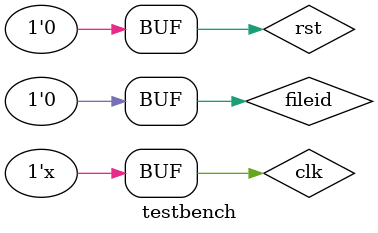
<source format=v>
`timescale 1ns / 1ps
`include "define.v"


module testbench;

	// Inputs
	reg clk;
	reg rst;
	reg fileid;

	// Outputs
	wire [31:0] PCIN;
	wire [31:0] PCOUT;
	
	wire [31:0] nPC2;
	wire [31:0] jmpPC;
	wire ctrl_jr;
	wire ctrl_jump;
	wire MEM_WB_jal;
	
	wire [31:0] inst;
	wire [31:0] reg_rdata1;
	wire [31:0] reg_rdata2;
	wire [31:0]	immData;
	
	wire [31:0] alu_operand1;
	wire [31:0] alu_operand2;
	wire [31:0] alu_result;
	wire ID_EXE_ALUSrc;
	wire ID_EXE_branch;
	wire [31:0] nPC1;
	
	wire [31:0] effectiveAddress;	//effective address
	wire [31:0] EXE_MEM_rdata2;
	wire [31:0] DM_dataout;
	wire EXE_MEM_memWrite;
	wire MEM_WB_memToReg;
	
	wire [31:0] wData1;
	wire [31:0] wData2;
	wire [4:0] regWAddr;
	wire [4:0] wAddr;
	wire ctrl_regDst;
	
	wire forwardOp1;
	wire forwardOp2;
//	clk, rst, fileid, PCIN, PCOUT, inst,wAddr,reg_rdata1,alu_operand1,alu_operand2,alu_result,wData2, wData1,reg_rdata2, immData, EXE_MEM_alu_result, EXE_MEM_rdata2
	// Instantiate the Unit Under Test (UUT)
	pipelined_5stage_ uut (
			
			.clk(clk), .rst(rst), .fileid(fileid), .ctrl_regDst(ctrl_regDst), .forwardOp1(forwardOp1), .forwardOp2(forwardOp2),
			
			.jmpPC(jmpPC), .nPC2(nPC2), .ctrl_jr(ctrl_jr), .ctrl_jump(ctrl_jump), .MEM_WB_jal(MEM_WB_jal), .wAddr(wAddr),
			//fetch
			.PCIN(PCIN), .PCOUT(PCOUT), 													
			//decode
			.inst(inst),.reg_rdata1(reg_rdata1),.reg_rdata2(reg_rdata2),.immData(immData),				
			//execute	
			.alu_operand1(alu_operand1),.alu_operand2(alu_operand2), .alu_result(alu_result),	.ID_EXE_ALUSrc(ID_EXE_ALUSrc),	.ID_EXE_branch(ID_EXE_branch), .nPC1(nPC1),
			//memory			
			.EXE_MEM_alu_result(effectiveAddress), .EXE_MEM_rdata2(EXE_MEM_rdata2),	.DM_dataout(DM_dataout), .EXE_MEM_memWrite(EXE_MEM_memWrite), .MEM_WB_memToReg(MEM_WB_memToReg),
			//writeback
			.wData2(wData2), .wData1(wData1), .regWAddr(regWAddr) 		
	);


always #15 clk = ~clk;
	initial begin
		// Initialize Inputs
		clk = 0;
		rst = 0;
		fileid = 0;


		// Wait 100 ns for global reset to finish
		#100;
        
		// Add stimulus here
		#50 rst =1;
		#50 rst=0;


	end
      endmodule
</source>
